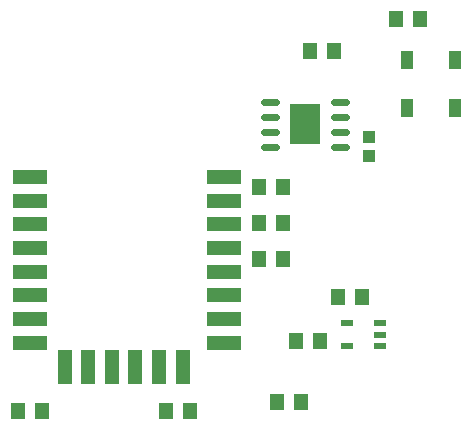
<source format=gbp>
G04 ---------------------------- Layer name :BOTTOM PASTER LAYER*
G04 EasyEDA v5.8.19, Fri, 19 Oct 2018 05:21:59 GMT*
G04 8bfcd2fe48ed4f748b2211d8b79e97b7*
G04 Gerber Generator version 0.2*
G04 Scale: 100 percent, Rotated: No, Reflected: No *
G04 Dimensions in millimeters *
G04 leading zeros omitted , absolute positions ,3 integer and 3 decimal *
%FSLAX33Y33*%
%MOMM*%
G90*
G71D02*

%ADD29C,0.599999*%
%ADD30R,2.499995X3.499866*%
%ADD31R,0.999998X1.499997*%
%ADD32R,1.104900X0.622300*%
%ADD33R,1.160018X1.469898*%
%ADD34R,1.000760X1.099820*%
%ADD35R,2.999994X1.199896*%
%ADD36R,1.199896X2.999994*%

%LPD*%
G54D29*
G01X30031Y33572D02*
G01X29031Y33572D01*
G01X30031Y32302D02*
G01X29031Y32302D01*
G01X30031Y31032D02*
G01X29031Y31032D01*
G01X30031Y29762D02*
G01X29031Y29762D01*
G01X24088Y33572D02*
G01X23088Y33572D01*
G01X24088Y32302D02*
G01X23088Y32302D01*
G01X24088Y31032D02*
G01X23088Y31032D01*
G01X24088Y29762D02*
G01X23088Y29762D01*
G54D30*
G01X26560Y31667D03*
G54D31*
G01X39269Y37159D03*
G01X35209Y37159D03*
G01X39271Y33058D03*
G01X35212Y33058D03*
G54D32*
G01X30130Y14813D03*
G01X30130Y12933D03*
G01X32924Y12933D03*
G01X32924Y13873D03*
G01X32924Y14813D03*
G54D33*
G01X27839Y13359D03*
G01X25807Y13359D03*
G01X34300Y40600D03*
G01X36332Y40600D03*
G01X24699Y23299D03*
G01X22667Y23299D03*
G01X24700Y20299D03*
G01X22668Y20299D03*
G01X28999Y37899D03*
G01X26967Y37899D03*
G01X24700Y26400D03*
G01X22668Y26400D03*
G01X26199Y8199D03*
G01X24167Y8199D03*
G01X14800Y7400D03*
G01X16832Y7400D03*
G01X4301Y7398D03*
G01X2269Y7398D03*
G01X31401Y17098D03*
G01X29369Y17098D03*
G54D34*
G01X31999Y28961D03*
G01X31999Y30638D03*
G54D35*
G01X19698Y27199D03*
G01X19698Y25200D03*
G01X19698Y23200D03*
G01X19698Y21199D03*
G01X19698Y19199D03*
G01X19698Y17199D03*
G01X19698Y15200D03*
G01X19698Y13200D03*
G01X3300Y27199D03*
G01X3300Y25200D03*
G01X3300Y21199D03*
G01X3300Y23200D03*
G01X3300Y19199D03*
G01X3300Y17199D03*
G01X3300Y15200D03*
G01X3300Y13200D03*
G54D36*
G01X8200Y11099D03*
G01X10200Y11099D03*
G01X12199Y11099D03*
G01X14199Y11099D03*
G01X16200Y11099D03*
G01X6200Y11099D03*
M00*
M02*

</source>
